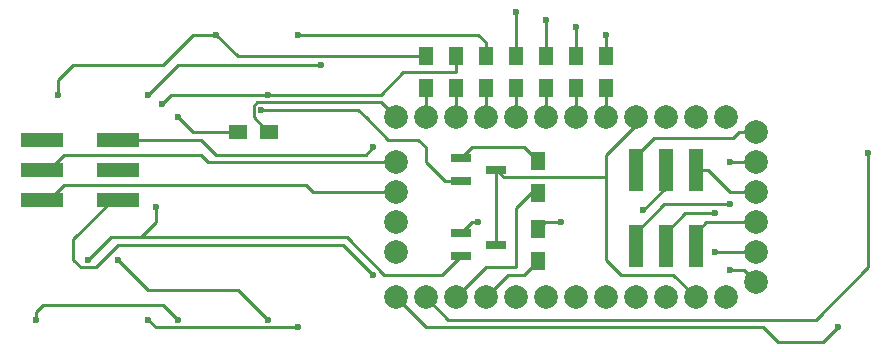
<source format=gbr>
G04 #@! TF.FileFunction,Copper,L2,Bot,Signal*
%FSLAX46Y46*%
G04 Gerber Fmt 4.6, Leading zero omitted, Abs format (unit mm)*
G04 Created by KiCad (PCBNEW 4.0.0-rc1-stable) date 20/10/2015 4:38:48 p.m.*
%MOMM*%
G01*
G04 APERTURE LIST*
%ADD10C,0.100000*%
%ADD11R,1.500000X1.300000*%
%ADD12R,1.300000X1.500000*%
%ADD13R,1.800860X0.800100*%
%ADD14R,3.540000X1.270000*%
%ADD15C,2.000000*%
%ADD16R,1.270000X3.540000*%
%ADD17C,0.600000*%
%ADD18C,0.250000*%
G04 APERTURE END LIST*
D10*
D11*
X126920000Y-96520000D03*
X129620000Y-96520000D03*
D12*
X142875000Y-90090000D03*
X142875000Y-92790000D03*
X145415000Y-90090000D03*
X145415000Y-92790000D03*
X147955000Y-90090000D03*
X147955000Y-92790000D03*
X150495000Y-90090000D03*
X150495000Y-92790000D03*
X153035000Y-90090000D03*
X153035000Y-92790000D03*
X155575000Y-90090000D03*
X155575000Y-92790000D03*
X158115000Y-90090000D03*
X158115000Y-92790000D03*
X152400000Y-104695000D03*
X152400000Y-107395000D03*
X152400000Y-98980000D03*
X152400000Y-101680000D03*
D13*
X145818860Y-106995000D03*
X145818860Y-105095000D03*
X148821140Y-106045000D03*
X145818860Y-100645000D03*
X145818860Y-98745000D03*
X148821140Y-99695000D03*
D14*
X110380000Y-102235000D03*
X116840000Y-102235000D03*
X110380000Y-99695000D03*
X116840000Y-99695000D03*
X110380000Y-97155000D03*
X116840000Y-97155000D03*
D15*
X160655000Y-95250000D03*
X158115000Y-95250000D03*
X155575000Y-95250000D03*
X153035000Y-95250000D03*
X150495000Y-95250000D03*
X147955000Y-95250000D03*
X145415000Y-95250000D03*
X142875000Y-95250000D03*
X140335000Y-95250000D03*
X140335000Y-110490000D03*
X142875000Y-110490000D03*
X145415000Y-110490000D03*
X147955000Y-110490000D03*
X150495000Y-110490000D03*
X153035000Y-110490000D03*
X155575000Y-110490000D03*
X158115000Y-110490000D03*
X140335000Y-99060000D03*
X140335000Y-101600000D03*
X140335000Y-104140000D03*
X140335000Y-106680000D03*
X160655000Y-110490000D03*
X163195000Y-110490000D03*
X165735000Y-110490000D03*
X168275000Y-110490000D03*
X170815000Y-109220000D03*
X170815000Y-106680000D03*
X170815000Y-104140000D03*
X170815000Y-101600000D03*
X170815000Y-99060000D03*
X170815000Y-96520000D03*
X168275000Y-95250000D03*
X165735000Y-95250000D03*
X163195000Y-95250000D03*
D16*
X160655000Y-99695000D03*
X160655000Y-106155000D03*
X163195000Y-99695000D03*
X163195000Y-106155000D03*
X165735000Y-99695000D03*
X165735000Y-106155000D03*
D17*
X138430000Y-97790000D03*
X177800000Y-113030000D03*
X180340000Y-98298000D03*
X138430000Y-108585000D03*
X168656000Y-102616000D03*
X168656000Y-108204000D03*
X167386000Y-103378024D03*
X167386000Y-106680000D03*
X161290000Y-103124000D03*
X168656000Y-99060000D03*
X154305000Y-104140000D03*
X147320000Y-104140000D03*
X120015000Y-102870000D03*
X114300000Y-107315000D03*
X128905000Y-94615000D03*
X121920000Y-95250000D03*
X125095000Y-88265000D03*
X111760000Y-93345000D03*
X120523000Y-94107000D03*
X129540000Y-93345000D03*
X133985000Y-90805000D03*
X132080000Y-88265000D03*
X119380000Y-93345000D03*
X121920000Y-112395000D03*
X109855000Y-112395000D03*
X150495000Y-86360000D03*
X153035000Y-86995000D03*
X116840000Y-107315000D03*
X129540000Y-112395000D03*
X155575000Y-87630000D03*
X158115000Y-88265000D03*
X119380000Y-112395000D03*
X132080000Y-113030000D03*
D18*
X163830000Y-108585000D02*
X165735000Y-110490000D01*
X160655000Y-95885000D02*
X158115000Y-98425000D01*
X159385000Y-108585000D02*
X163830000Y-108585000D01*
X158115000Y-98425000D02*
X158115000Y-107315000D01*
X158115000Y-107315000D02*
X159385000Y-108585000D01*
X160655000Y-95250000D02*
X160655000Y-95885000D01*
X148821140Y-99695000D02*
X149456140Y-100330000D01*
X149456140Y-100330000D02*
X158115000Y-100330000D01*
X116395000Y-97155000D02*
X123825000Y-97155000D01*
X137795000Y-98425000D02*
X138430000Y-97790000D01*
X125095000Y-98425000D02*
X137795000Y-98425000D01*
X123825000Y-97155000D02*
X125095000Y-98425000D01*
X148821140Y-99695000D02*
X148821140Y-102870000D01*
X148821140Y-102870000D02*
X148821140Y-106045000D01*
X158115000Y-95250000D02*
X158115000Y-92790000D01*
X155575000Y-95250000D02*
X155575000Y-92790000D01*
X153035000Y-95250000D02*
X153035000Y-92790000D01*
X150495000Y-95250000D02*
X150495000Y-92790000D01*
X147955000Y-95250000D02*
X147955000Y-92790000D01*
X145415000Y-95250000D02*
X145415000Y-92790000D01*
X142875000Y-95250000D02*
X142875000Y-92790000D01*
X129620000Y-96520000D02*
X129520000Y-96520000D01*
X129520000Y-96520000D02*
X128279999Y-95279999D01*
X128279999Y-95279999D02*
X128279999Y-94314999D01*
X128279999Y-94314999D02*
X128604999Y-93989999D01*
X128604999Y-93989999D02*
X139074999Y-93989999D01*
X139074999Y-93989999D02*
X139335001Y-94250001D01*
X139335001Y-94250001D02*
X140335000Y-95250000D01*
X172720000Y-114300000D02*
X176530000Y-114300000D01*
X176530000Y-114300000D02*
X177800000Y-113030000D01*
X171450000Y-113030000D02*
X172720000Y-114300000D01*
X170434000Y-113030000D02*
X171450000Y-113030000D01*
X140335000Y-110490000D02*
X142875000Y-113030000D01*
X142875000Y-113030000D02*
X170434000Y-113030000D01*
X142875000Y-110490000D02*
X144780000Y-112395000D01*
X144780000Y-112395000D02*
X175895000Y-112395000D01*
X175895000Y-112395000D02*
X180340000Y-107950000D01*
X180340000Y-107950000D02*
X180340000Y-98298000D01*
X152400000Y-101045000D02*
X150495000Y-102950000D01*
X147955000Y-107950000D02*
X145415000Y-110490000D01*
X150495000Y-107950000D02*
X147955000Y-107950000D01*
X150495000Y-102950000D02*
X150495000Y-107950000D01*
X152400000Y-107395000D02*
X151210000Y-108585000D01*
X149860000Y-108585000D02*
X147955000Y-110490000D01*
X151210000Y-108585000D02*
X149860000Y-108585000D01*
X110935000Y-99695000D02*
X112205000Y-98425000D01*
X124460000Y-99060000D02*
X140335000Y-99060000D01*
X123825000Y-98425000D02*
X124460000Y-99060000D01*
X112205000Y-98425000D02*
X123825000Y-98425000D01*
X110935000Y-102235000D02*
X112205000Y-100965000D01*
X133350000Y-101600000D02*
X140335000Y-101600000D01*
X132715000Y-100965000D02*
X133350000Y-101600000D01*
X112205000Y-100965000D02*
X132715000Y-100965000D01*
X113030000Y-107315000D02*
X113030000Y-105600000D01*
X138430000Y-108585000D02*
X135890000Y-106045000D01*
X135890000Y-106045000D02*
X116840000Y-106045000D01*
X114944999Y-107940001D02*
X113655001Y-107940001D01*
X116840000Y-106045000D02*
X114944999Y-107940001D01*
X113655001Y-107940001D02*
X113030000Y-107315000D01*
X113030000Y-105600000D02*
X116395000Y-102235000D01*
X168656000Y-102616000D02*
X163059000Y-102616000D01*
X163059000Y-102616000D02*
X160655000Y-105020000D01*
X160655000Y-105020000D02*
X160655000Y-106155000D01*
X170815000Y-109220000D02*
X169799000Y-108204000D01*
X169799000Y-108204000D02*
X168656000Y-108204000D01*
X166961736Y-103378024D02*
X167386000Y-103378024D01*
X163195000Y-105020000D02*
X164836976Y-103378024D01*
X163195000Y-106155000D02*
X163195000Y-105020000D01*
X164836976Y-103378024D02*
X166961736Y-103378024D01*
X170815000Y-106680000D02*
X167386000Y-106680000D01*
X170815000Y-104140000D02*
X167750000Y-104140000D01*
X167750000Y-104140000D02*
X167745000Y-104135000D01*
X167745000Y-104135000D02*
X166620000Y-104135000D01*
X166620000Y-104135000D02*
X165735000Y-105020000D01*
X165735000Y-105020000D02*
X165735000Y-106155000D01*
X170815000Y-101600000D02*
X168656000Y-101600000D01*
X168656000Y-101600000D02*
X166751000Y-99695000D01*
X166751000Y-99695000D02*
X165735000Y-99695000D01*
X161290000Y-103124000D02*
X163195000Y-101219000D01*
X163195000Y-101219000D02*
X163195000Y-99695000D01*
X170815000Y-99060000D02*
X168656000Y-99060000D01*
X168892787Y-97028000D02*
X162187000Y-97028000D01*
X162187000Y-97028000D02*
X160655000Y-98560000D01*
X160655000Y-98560000D02*
X160655000Y-99695000D01*
X170815000Y-96520000D02*
X169400787Y-96520000D01*
X169400787Y-96520000D02*
X168892787Y-97028000D01*
X145818860Y-105095000D02*
X146773860Y-104140000D01*
X154305000Y-104140000D02*
X152955000Y-104140000D01*
X146773860Y-104140000D02*
X147320000Y-104140000D01*
X152955000Y-104140000D02*
X152400000Y-104695000D01*
X120015000Y-104140000D02*
X118745000Y-105410000D01*
X118745000Y-105410000D02*
X116205000Y-105410000D01*
X120015000Y-102870000D02*
X120015000Y-104140000D01*
X136180002Y-105410000D02*
X116205000Y-105410000D01*
X139355002Y-108585000D02*
X136180002Y-105410000D01*
X144228860Y-108585000D02*
X139355002Y-108585000D01*
X145818860Y-106995000D02*
X144228860Y-108585000D01*
X116205000Y-105410000D02*
X114599999Y-107015001D01*
X114599999Y-107015001D02*
X114300000Y-107315000D01*
X145818860Y-98745000D02*
X146773860Y-97790000D01*
X151210000Y-97790000D02*
X152400000Y-98980000D01*
X146773860Y-97790000D02*
X151210000Y-97790000D01*
X137795000Y-95250000D02*
X137160000Y-94615000D01*
X139700000Y-97155000D02*
X137795000Y-95250000D01*
X145818860Y-100645000D02*
X144460000Y-100645000D01*
X142875000Y-97790000D02*
X142240000Y-97155000D01*
X142875000Y-99060000D02*
X142875000Y-97790000D01*
X144460000Y-100645000D02*
X142875000Y-99060000D01*
X142240000Y-97155000D02*
X139700000Y-97155000D01*
X137160000Y-94615000D02*
X130810000Y-94615000D01*
X130810000Y-94615000D02*
X128905000Y-94615000D01*
X124460000Y-96520000D02*
X123190000Y-96520000D01*
X123190000Y-96520000D02*
X121920000Y-95250000D01*
X126920000Y-96520000D02*
X124460000Y-96520000D01*
X123190000Y-88265000D02*
X125095000Y-88265000D01*
X111760000Y-93345000D02*
X111760000Y-92075000D01*
X111760000Y-92075000D02*
X113030000Y-90805000D01*
X113030000Y-90805000D02*
X120650000Y-90805000D01*
X120650000Y-90805000D02*
X123190000Y-88265000D01*
X142875000Y-90090000D02*
X126920000Y-90090000D01*
X126920000Y-90090000D02*
X125095000Y-88265000D01*
X142875000Y-90090000D02*
X142875000Y-89990000D01*
X129540000Y-93345000D02*
X121285000Y-93345000D01*
X121285000Y-93345000D02*
X120523000Y-94107000D01*
X145415000Y-90090000D02*
X145415000Y-91440000D01*
X145415000Y-91440000D02*
X140970000Y-91440000D01*
X139065000Y-93345000D02*
X129540000Y-93345000D01*
X140970000Y-91440000D02*
X139065000Y-93345000D01*
X121920000Y-90805000D02*
X133985000Y-90805000D01*
X119380000Y-93345000D02*
X121920000Y-90805000D01*
X135255000Y-88265000D02*
X132080000Y-88265000D01*
X147955000Y-90090000D02*
X147955000Y-88900000D01*
X147955000Y-88900000D02*
X147320000Y-88265000D01*
X147320000Y-88265000D02*
X135255000Y-88265000D01*
X110490000Y-111125000D02*
X120650000Y-111125000D01*
X120650000Y-111125000D02*
X121920000Y-112395000D01*
X109855000Y-111760000D02*
X110490000Y-111125000D01*
X109855000Y-112395000D02*
X109855000Y-111760000D01*
X150495000Y-90090000D02*
X150495000Y-86360000D01*
X153035000Y-86995000D02*
X153035000Y-90090000D01*
X119380000Y-109855000D02*
X116840000Y-107315000D01*
X127000000Y-109855000D02*
X119380000Y-109855000D01*
X129540000Y-112395000D02*
X127000000Y-109855000D01*
X155575000Y-87630000D02*
X155575000Y-90090000D01*
X158115000Y-88265000D02*
X158115000Y-90090000D01*
X120015000Y-113030000D02*
X119380000Y-112395000D01*
X120650000Y-113030000D02*
X120015000Y-113030000D01*
X132080000Y-113030000D02*
X120650000Y-113030000D01*
M02*

</source>
